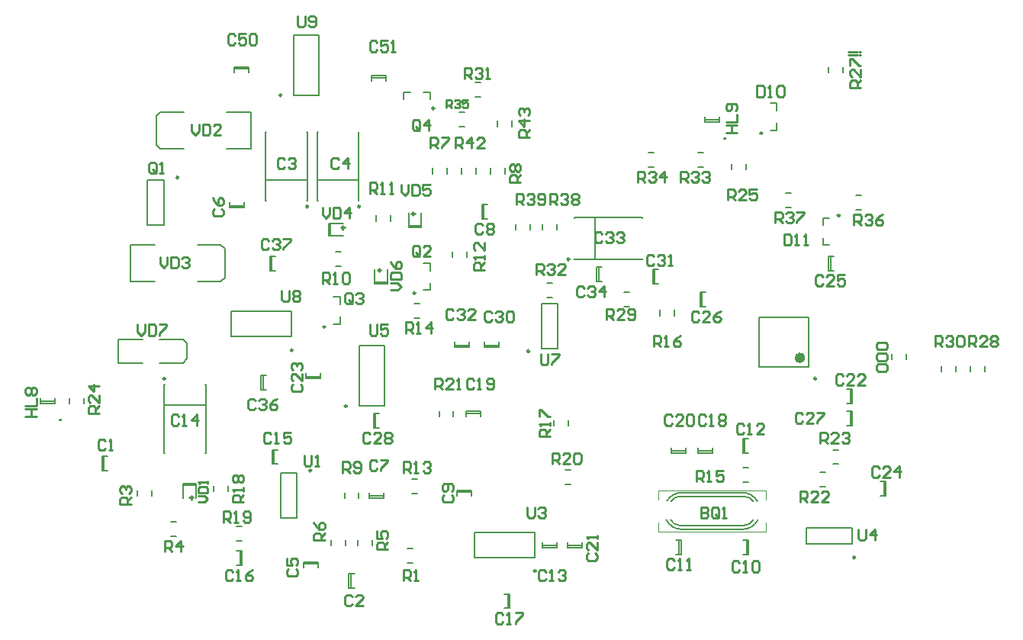
<source format=gbo>
%FSLAX25Y25*%
%MOIN*%
G70*
G01*
G75*
G04 Layer_Color=32896*
%ADD10R,0.09449X0.03937*%
%ADD11R,0.09449X0.12992*%
%ADD12R,0.04331X0.03937*%
%ADD13R,0.03937X0.04331*%
%ADD14R,0.02362X0.05118*%
%ADD15R,0.03740X0.03543*%
%ADD16R,0.03740X0.03543*%
%ADD17R,0.07087X0.06299*%
%ADD18C,0.01969*%
%ADD19C,0.01181*%
%ADD20C,0.11811*%
%ADD21C,0.07874*%
%ADD22R,0.07874X0.07874*%
%ADD23C,0.09843*%
%ADD24C,0.05906*%
%ADD25R,0.19685X0.05118*%
%ADD26R,0.06299X0.07087*%
%ADD27R,0.09449X0.10236*%
%ADD28R,0.10236X0.09449*%
%ADD29R,0.05118X0.02362*%
%ADD30O,0.08661X0.02362*%
%ADD31O,0.07087X0.01181*%
%ADD32O,0.01181X0.07087*%
%ADD33R,0.03937X0.09449*%
%ADD34R,0.12992X0.09449*%
%ADD35O,0.02362X0.08661*%
%ADD36R,0.06299X0.04921*%
%ADD37R,0.09449X0.12992*%
%ADD38R,0.04921X0.06299*%
%ADD39R,0.09449X0.07087*%
%ADD40C,0.03937*%
%ADD41C,0.07874*%
%ADD42C,0.00984*%
%ADD43C,0.00787*%
%ADD44C,0.01000*%
%ADD45R,0.10249X0.04737*%
%ADD46R,0.10249X0.13792*%
%ADD47R,0.05131X0.04737*%
%ADD48R,0.04737X0.05131*%
%ADD49R,0.03162X0.05918*%
%ADD50R,0.04540X0.04343*%
%ADD51R,0.04540X0.04343*%
%ADD52R,0.07887X0.07099*%
%ADD53C,0.12611*%
%ADD54C,0.00800*%
%ADD55C,0.08674*%
%ADD56R,0.08674X0.08674*%
%ADD57C,0.10642*%
%ADD58C,0.06706*%
%ADD59R,0.20485X0.05918*%
%ADD60R,0.07099X0.07887*%
%ADD61R,0.10249X0.11036*%
%ADD62R,0.11036X0.10249*%
%ADD63R,0.05918X0.03162*%
%ADD64O,0.09461X0.03162*%
%ADD65O,0.07887X0.01981*%
%ADD66O,0.01981X0.07887*%
%ADD67R,0.04737X0.10249*%
%ADD68R,0.13792X0.10249*%
%ADD69O,0.03162X0.09461*%
%ADD70R,0.07099X0.05721*%
%ADD71R,0.10249X0.13792*%
%ADD72R,0.05721X0.07099*%
%ADD73R,0.10249X0.07887*%
%ADD74C,0.00700*%
%ADD75C,0.01394*%
%ADD76C,0.02362*%
%ADD77C,0.00394*%
D42*
X321555Y381102D02*
G03*
X321555Y381102I-492J0D01*
G01*
X344193D02*
G03*
X344193Y381102I-492J0D01*
G01*
X259154Y305906D02*
G03*
X259154Y305906I-492J0D01*
G01*
X435728Y358071D02*
G03*
X435728Y358071I-492J0D01*
G01*
X519980Y413189D02*
G03*
X519980Y413189I-492J0D01*
G01*
X553839Y377165D02*
G03*
X553839Y377165I-492J0D01*
G01*
X264862Y393721D02*
G03*
X264862Y393721I-492J0D01*
G01*
X368406Y343307D02*
G03*
X368406Y343307I-492J0D01*
G01*
X329035Y328543D02*
G03*
X329035Y328543I-492J0D01*
G01*
X376673Y424016D02*
G03*
X376673Y424016I-492J0D01*
G01*
X322933Y265768D02*
G03*
X322933Y265768I-492J0D01*
G01*
X543602Y305906D02*
G03*
X543602Y305906I-492J0D01*
G01*
X421161Y221850D02*
G03*
X421161Y221850I-492J0D01*
G01*
X560551Y227756D02*
G03*
X560551Y227756I-492J0D01*
G01*
X338484Y293898D02*
G03*
X338484Y293898I-492J0D01*
G01*
X418209Y317894D02*
G03*
X418209Y317894I-492J0D01*
G01*
X314862Y318307D02*
G03*
X314862Y318307I-492J0D01*
G01*
X309941Y429724D02*
G03*
X309941Y429724I-492J0D01*
G01*
D43*
X582874Y314370D02*
Y316732D01*
X576575Y314370D02*
Y316732D01*
X232244Y265551D02*
Y271850D01*
X231496Y265551D02*
Y271850D01*
X233858D01*
X231496Y265551D02*
X233858D01*
X340118Y214370D02*
Y220669D01*
X339370Y214370D02*
Y220669D01*
X341732D01*
X339370Y214370D02*
X341732D01*
X302953Y392717D02*
X321063D01*
X320866Y383661D02*
X321063D01*
X302953D02*
X303150D01*
X321063D02*
Y413583D01*
X302953Y383661D02*
Y413583D01*
X303150D01*
X320866D02*
X321063D01*
X325590Y392717D02*
X343701D01*
X343504Y383661D02*
X343701D01*
X325590D02*
X325787D01*
X343701D02*
Y413583D01*
X325590Y383661D02*
Y413583D01*
X325787D01*
X343504D02*
X343701D01*
X319685Y224843D02*
X325984D01*
X319685Y225590D02*
X325984D01*
Y223228D02*
Y225590D01*
X319685Y223228D02*
Y225590D01*
X287205Y381457D02*
X293504D01*
X287205Y380709D02*
X293504D01*
X287205D02*
Y383071D01*
X293504Y380709D02*
Y383071D01*
X348228Y254488D02*
X354528D01*
X348228Y253740D02*
X354528D01*
X348228D02*
Y256102D01*
X354528Y253740D02*
Y256102D01*
X398189Y375787D02*
Y382087D01*
X397441Y375787D02*
Y382087D01*
X399803D01*
X397441Y375787D02*
X399803D01*
X386614Y256339D02*
X392913D01*
X386614Y257087D02*
X392913D01*
Y254724D02*
Y257087D01*
X386614Y254724D02*
Y257087D01*
X513228Y229134D02*
Y235433D01*
X513976Y229134D02*
Y235433D01*
X511614Y229134D02*
X513976D01*
X511614Y235433D02*
X513976D01*
X483701Y229134D02*
Y235433D01*
X484449Y229134D02*
Y235433D01*
X482087Y229134D02*
X484449D01*
X482087Y235433D02*
X484449D01*
X512362Y273425D02*
Y279724D01*
X511614Y273425D02*
Y279724D01*
X513976D01*
X511614Y273425D02*
X513976D01*
X424016Y232835D02*
X430315D01*
X424016Y232087D02*
X430315D01*
X424016D02*
Y234449D01*
X430315Y232087D02*
Y234449D01*
X258661Y294291D02*
X276772D01*
X258661Y303346D02*
X258858D01*
X276575D02*
X276772D01*
X258661Y273425D02*
Y303346D01*
X276772Y273425D02*
Y303346D01*
X276575Y273425D02*
X276772D01*
X258661D02*
X258858D01*
X306653Y268504D02*
Y274803D01*
X305906Y268504D02*
Y274803D01*
X308268D01*
X305906Y268504D02*
X308268D01*
X291772Y224213D02*
Y230512D01*
X292520Y224213D02*
Y230512D01*
X290158Y224213D02*
X292520D01*
X290158Y230512D02*
X292520D01*
X408898Y205512D02*
Y211811D01*
X409646Y205512D02*
Y211811D01*
X407283Y205512D02*
X409646D01*
X407283Y211811D02*
X409646D01*
X491929Y274173D02*
X498228D01*
X491929Y273425D02*
X498228D01*
X491929D02*
Y275787D01*
X498228Y273425D02*
Y275787D01*
X390551Y290787D02*
X396850D01*
X390551Y291535D02*
X396850D01*
Y289173D02*
Y291535D01*
X390551Y289173D02*
Y291535D01*
X480118Y274173D02*
X486417D01*
X480118Y273425D02*
X486417D01*
X480118D02*
Y275787D01*
X486417Y273425D02*
Y275787D01*
X434842Y232835D02*
X441142D01*
X434842Y232087D02*
X441142D01*
X434842D02*
Y234449D01*
X441142Y232087D02*
Y234449D01*
X558504Y295079D02*
Y301378D01*
X559252Y295079D02*
Y301378D01*
X556890Y295079D02*
X559252D01*
X556890Y301378D02*
X559252D01*
X320669Y306653D02*
X326969D01*
X320669Y305906D02*
X326969D01*
X320669D02*
Y308268D01*
X326969Y305906D02*
Y308268D01*
X573268Y254724D02*
Y261024D01*
X574016Y254724D02*
Y261024D01*
X571654Y254724D02*
X574016D01*
X571654Y261024D02*
X574016D01*
X549764Y353150D02*
Y359449D01*
X549016Y353150D02*
Y359449D01*
X551378D01*
X549016Y353150D02*
X551378D01*
X493661Y337402D02*
Y343701D01*
X492913Y337402D02*
Y343701D01*
X495276D01*
X492913Y337402D02*
X495276D01*
X558504Y285236D02*
Y291535D01*
X559252Y285236D02*
Y291535D01*
X556890Y285236D02*
X559252D01*
X556890Y291535D02*
X559252D01*
X350945Y284252D02*
Y290551D01*
X350197Y284252D02*
Y290551D01*
X352559D01*
X350197Y284252D02*
X352559D01*
X398425Y320433D02*
X404724D01*
X398425Y319685D02*
X404724D01*
X398425D02*
Y322047D01*
X404724Y319685D02*
Y322047D01*
X472992Y347244D02*
Y353543D01*
X472244Y347244D02*
Y353543D01*
X474606D01*
X472244Y347244D02*
X474606D01*
X385630Y320433D02*
X391929D01*
X385630Y319685D02*
X391929D01*
X385630D02*
Y322047D01*
X391929Y319685D02*
Y322047D01*
X446850Y358071D02*
Y376181D01*
X437795Y358071D02*
Y358268D01*
Y375984D02*
Y376181D01*
Y358071D02*
X467717D01*
X437795Y376181D02*
X467717D01*
Y375984D02*
Y376181D01*
Y358071D02*
Y358268D01*
X448386Y348228D02*
Y354528D01*
X447638Y348228D02*
Y354528D01*
X450000D01*
X447638Y348228D02*
X450000D01*
X301732Y300984D02*
Y307283D01*
X300984Y300984D02*
Y307283D01*
X303346D01*
X300984Y300984D02*
X303346D01*
X305669Y353150D02*
Y359449D01*
X304921Y353150D02*
Y359449D01*
X307283D01*
X304921Y353150D02*
X307283D01*
X289173Y441378D02*
X295472D01*
X289173Y442126D02*
X295472D01*
Y439764D02*
Y442126D01*
X289173Y439764D02*
Y442126D01*
X349213Y437441D02*
X355512D01*
X349213Y438189D02*
X355512D01*
Y435827D02*
Y438189D01*
X349213Y435827D02*
Y438189D01*
X523622Y414370D02*
X526378D01*
Y417520D01*
X523622Y426181D02*
X526378D01*
Y423032D02*
Y426181D01*
X546457Y375984D02*
X549213D01*
X546457Y372835D02*
Y375984D01*
Y364173D02*
X549213D01*
X546457D02*
Y367323D01*
X204528Y295827D02*
X210827D01*
X204528Y295079D02*
X210827D01*
X204528D02*
Y297441D01*
X210827Y295079D02*
Y297441D01*
X494882Y418858D02*
X501181D01*
X494882Y418110D02*
X501181D01*
X494882D02*
Y420472D01*
X501181Y418110D02*
Y420472D01*
X251378Y373031D02*
X258465D01*
X251378Y392717D02*
X258465D01*
X251378Y373031D02*
Y392717D01*
X258465Y373031D02*
Y392717D01*
X372047Y344488D02*
X374803D01*
Y347638D01*
X372047Y356299D02*
X374803D01*
Y353150D02*
Y356299D01*
X332677Y329724D02*
X335433D01*
Y332874D01*
X332677Y341535D02*
X335433D01*
Y338386D02*
Y341535D01*
X375000Y428150D02*
Y430905D01*
X371850D02*
X375000D01*
X363189Y428150D02*
Y430905D01*
X366339D01*
X364961Y225197D02*
X367323D01*
X364961Y231496D02*
X367323D01*
X253150Y254724D02*
Y257087D01*
X246850Y254724D02*
Y257087D01*
X261614Y237008D02*
X263976D01*
X261614Y243307D02*
X263976D01*
X343307Y233071D02*
Y235433D01*
X349606Y233071D02*
Y235433D01*
X337795Y233071D02*
Y235433D01*
X331496Y233071D02*
Y235433D01*
X382087Y395472D02*
Y397835D01*
X375787Y395472D02*
Y397835D01*
X407677Y395472D02*
Y397835D01*
X401378Y395472D02*
Y397835D01*
X337402Y253740D02*
Y256102D01*
X343701Y253740D02*
Y256102D01*
X333465Y361417D02*
X335827D01*
X333465Y355118D02*
X335827D01*
X357480Y374803D02*
Y377165D01*
X351181Y374803D02*
Y377165D01*
X390945Y359055D02*
Y361417D01*
X384646Y359055D02*
Y361417D01*
X366929Y262008D02*
X369291D01*
X366929Y255709D02*
X369291D01*
X367913Y338779D02*
X370276D01*
X367913Y332480D02*
X370276D01*
X511614Y260630D02*
X513976D01*
X511614Y266929D02*
X513976D01*
X475197Y333465D02*
Y335827D01*
X481496Y333465D02*
Y335827D01*
X435236Y285236D02*
Y287598D01*
X428937Y285236D02*
Y287598D01*
X280315Y256693D02*
Y259055D01*
X286614Y256693D02*
Y259055D01*
X290158Y241339D02*
X292520D01*
X290158Y235039D02*
X292520D01*
X433858Y259646D02*
X436221D01*
X433858Y265945D02*
X436221D01*
X378740Y289173D02*
Y291535D01*
X385039Y289173D02*
Y291535D01*
X545079Y258661D02*
X547441D01*
X545079Y264961D02*
X547441D01*
X550984Y268504D02*
X553346D01*
X550984Y274803D02*
X553346D01*
X217323Y295079D02*
Y297441D01*
X223622Y295079D02*
Y297441D01*
X512992Y397441D02*
Y399803D01*
X506693Y397441D02*
Y399803D01*
X555315Y439764D02*
Y442126D01*
X549016Y439764D02*
Y442126D01*
X611024Y308858D02*
Y311221D01*
X617323Y308858D02*
Y311221D01*
X459449Y337402D02*
X461811D01*
X459449Y343701D02*
X461811D01*
X598228Y308858D02*
Y311221D01*
X604528Y308858D02*
Y311221D01*
X394488Y428937D02*
X396850D01*
X394488Y435236D02*
X396850D01*
X425984Y341339D02*
X428346D01*
X425984Y347638D02*
X428346D01*
X491929Y404724D02*
X494291D01*
X491929Y398425D02*
X494291D01*
X470276Y404724D02*
X472638D01*
X470276Y398425D02*
X472638D01*
X387598Y416142D02*
X389961D01*
X387598Y422441D02*
X389961D01*
X560827Y386024D02*
X563189D01*
X560827Y379724D02*
X563189D01*
X530315Y387008D02*
X532677D01*
X530315Y380709D02*
X532677D01*
X430315Y370866D02*
Y373228D01*
X424016Y370866D02*
Y373228D01*
X418504Y370866D02*
Y373228D01*
X412205Y370866D02*
Y373228D01*
X394882Y395472D02*
Y397835D01*
X388583Y395472D02*
Y397835D01*
X410630Y416142D02*
Y418504D01*
X404331Y416142D02*
Y418504D01*
X309449Y245079D02*
X316535D01*
X309449Y264764D02*
X316535D01*
X309449Y245079D02*
Y264764D01*
X316535Y245079D02*
Y264764D01*
X518701Y311024D02*
Y332677D01*
X540354Y311024D02*
Y332677D01*
X518701D02*
X540354D01*
X518701Y311024D02*
X540354D01*
X394291Y227756D02*
X420669D01*
X394291Y238779D02*
X420669D01*
Y227756D02*
Y238779D01*
X394291Y227756D02*
Y238779D01*
X539370Y233661D02*
X559055D01*
X539370Y240748D02*
X559055D01*
Y233661D02*
Y240748D01*
X539370Y233661D02*
Y240748D01*
X343898Y293898D02*
Y320276D01*
X354921Y293898D02*
Y320276D01*
X343898Y293898D02*
X354921D01*
X343898Y320276D02*
X354921D01*
X423622Y338583D02*
X430709D01*
X423622Y318898D02*
X430709D01*
Y338583D01*
X423622Y318898D02*
Y338583D01*
X287992Y324213D02*
X314370D01*
X287992Y335236D02*
X314370D01*
Y324213D02*
Y335236D01*
X287992Y324213D02*
Y335236D01*
X315354Y429724D02*
Y456102D01*
X326378Y429724D02*
Y456102D01*
X315354Y429724D02*
X326378D01*
X315354Y456102D02*
X326378D01*
X266890Y259232D02*
X272402D01*
X266890Y259980D02*
X272402D01*
X266890Y253681D02*
Y259980D01*
X272402Y253681D02*
Y259980D01*
X256988Y422441D02*
X267224D01*
X255217Y408071D02*
Y420669D01*
X296555Y406299D02*
Y422441D01*
X285925Y406299D02*
X296555D01*
X285925Y422441D02*
X296555D01*
X255217Y420669D02*
X256988Y422461D01*
X255217Y408071D02*
X256988Y406299D01*
X267224D01*
X273130Y348228D02*
X283366D01*
X285138Y350000D02*
Y362598D01*
X243799Y348228D02*
Y364370D01*
X254429D01*
X243799Y348228D02*
X254429D01*
X283366Y348209D02*
X285138Y350000D01*
X283366Y364370D02*
X285138Y362598D01*
X273130Y364370D02*
X283366D01*
X331319Y368268D02*
Y373780D01*
X330571Y368268D02*
Y373780D01*
Y368268D02*
X336870D01*
X330571Y373780D02*
X336870D01*
X365394Y372657D02*
X370905D01*
X365394Y371909D02*
X370905D01*
Y378209D01*
X365394Y371909D02*
Y378209D01*
X350630Y348051D02*
X356142D01*
X350630Y347303D02*
X356142D01*
Y353602D01*
X350630Y347303D02*
Y353602D01*
X256693Y323031D02*
X266732D01*
X256693Y312795D02*
X266732D01*
X238583D02*
Y323031D01*
X249213D01*
X238583Y312795D02*
X249213D01*
X266732Y323031D02*
X268504Y321260D01*
X266732Y312795D02*
X268504Y314567D01*
Y321260D01*
D44*
X270472Y253150D02*
Y254724D01*
X269685Y253937D02*
X271260D01*
X335827Y371850D02*
X337402D01*
X336614Y371063D02*
Y372638D01*
X367323Y377165D02*
Y378740D01*
X366535Y377953D02*
X368110D01*
X352559Y352559D02*
Y354134D01*
X351772Y353346D02*
X353346D01*
X247047Y329526D02*
Y326377D01*
X248622Y324803D01*
X250196Y326377D01*
Y329526D01*
X251770D02*
Y324803D01*
X254132D01*
X254919Y325590D01*
Y328739D01*
X254132Y329526D01*
X251770D01*
X256493D02*
X259642D01*
Y328739D01*
X256493Y325590D01*
Y324803D01*
X357482Y344488D02*
X360630D01*
X362205Y346062D01*
X360630Y347637D01*
X357482D01*
Y349211D02*
X362205D01*
Y351572D01*
X361418Y352360D01*
X358269D01*
X357482Y351572D01*
Y349211D01*
Y357083D02*
X358269Y355508D01*
X359843Y353934D01*
X361418D01*
X362205Y354721D01*
Y356295D01*
X361418Y357083D01*
X360630D01*
X359843Y356295D01*
Y353934D01*
X362205Y390550D02*
Y387401D01*
X363779Y385827D01*
X365353Y387401D01*
Y390550D01*
X366928D02*
Y385827D01*
X369289D01*
X370076Y386614D01*
Y389762D01*
X369289Y390550D01*
X366928D01*
X374799D02*
X371651D01*
Y388188D01*
X373225Y388975D01*
X374012D01*
X374799Y388188D01*
Y386614D01*
X374012Y385827D01*
X372438D01*
X371651Y386614D01*
X327756Y380707D02*
Y377558D01*
X329330Y375984D01*
X330905Y377558D01*
Y380707D01*
X332479D02*
Y375984D01*
X334840D01*
X335627Y376771D01*
Y379920D01*
X334840Y380707D01*
X332479D01*
X339563Y375984D02*
Y380707D01*
X337202Y378346D01*
X340350D01*
X256890Y359054D02*
Y355905D01*
X258464Y354331D01*
X260038Y355905D01*
Y359054D01*
X261613D02*
Y354331D01*
X263974D01*
X264761Y355118D01*
Y358266D01*
X263974Y359054D01*
X261613D01*
X266336Y358266D02*
X267123Y359054D01*
X268697D01*
X269484Y358266D01*
Y357479D01*
X268697Y356692D01*
X267910D01*
X268697D01*
X269484Y355905D01*
Y355118D01*
X268697Y354331D01*
X267123D01*
X266336Y355118D01*
X270669Y417124D02*
Y413976D01*
X272244Y412402D01*
X273818Y413976D01*
Y417124D01*
X275392D02*
Y412402D01*
X277754D01*
X278541Y413189D01*
Y416337D01*
X277754Y417124D01*
X275392D01*
X283264Y412402D02*
X280115D01*
X283264Y415550D01*
Y416337D01*
X282476Y417124D01*
X280902D01*
X280115Y416337D01*
X273623Y251969D02*
X276247D01*
X277559Y253280D01*
X276247Y254592D01*
X273623D01*
Y255904D02*
X277559D01*
Y257872D01*
X276903Y258528D01*
X274279D01*
X273623Y257872D01*
Y255904D01*
X277559Y259840D02*
Y261152D01*
Y260496D01*
X273623D01*
X274279Y259840D01*
X316929Y464368D02*
Y460433D01*
X317716Y459646D01*
X319291D01*
X320078Y460433D01*
Y464368D01*
X321652Y460433D02*
X322439Y459646D01*
X324013D01*
X324801Y460433D01*
Y463581D01*
X324013Y464368D01*
X322439D01*
X321652Y463581D01*
Y462794D01*
X322439Y462007D01*
X324801D01*
X310039Y344290D02*
Y340354D01*
X310826Y339567D01*
X312401D01*
X313188Y340354D01*
Y344290D01*
X314762Y343503D02*
X315549Y344290D01*
X317124D01*
X317911Y343503D01*
Y342716D01*
X317124Y341928D01*
X317911Y341141D01*
Y340354D01*
X317124Y339567D01*
X315549D01*
X314762Y340354D01*
Y341141D01*
X315549Y341928D01*
X314762Y342716D01*
Y343503D01*
X315549Y341928D02*
X317124D01*
X423228Y316731D02*
Y312795D01*
X424016Y312008D01*
X425590D01*
X426377Y312795D01*
Y316731D01*
X427951D02*
X431100D01*
Y315944D01*
X427951Y312795D01*
Y312008D01*
X348425Y329526D02*
Y325590D01*
X349212Y324803D01*
X350787D01*
X351574Y325590D01*
Y329526D01*
X356297D02*
X353148D01*
Y327165D01*
X354722Y327952D01*
X355509D01*
X356297Y327165D01*
Y325590D01*
X355509Y324803D01*
X353935D01*
X353148Y325590D01*
X562008Y239959D02*
Y236023D01*
X562795Y235236D01*
X564369D01*
X565157Y236023D01*
Y239959D01*
X569092Y235236D02*
Y239959D01*
X566731Y237598D01*
X569879D01*
X417323Y249802D02*
Y245866D01*
X418110Y245079D01*
X419684D01*
X420471Y245866D01*
Y249802D01*
X422046Y249014D02*
X422833Y249802D01*
X424407D01*
X425194Y249014D01*
Y248227D01*
X424407Y247440D01*
X423620D01*
X424407D01*
X425194Y246653D01*
Y245866D01*
X424407Y245079D01*
X422833D01*
X422046Y245866D01*
X319882Y272439D02*
Y268504D01*
X320669Y267717D01*
X322243D01*
X323030Y268504D01*
Y272439D01*
X324605Y267717D02*
X326179D01*
X325392D01*
Y272439D01*
X324605Y271652D01*
X418307Y411417D02*
X413584D01*
Y413779D01*
X414371Y414566D01*
X415946D01*
X416733Y413779D01*
Y411417D01*
Y412992D02*
X418307Y414566D01*
Y418502D02*
X413584D01*
X415946Y416140D01*
Y419289D01*
X414371Y420863D02*
X413584Y421650D01*
Y423224D01*
X414371Y424012D01*
X415159D01*
X415946Y423224D01*
Y422437D01*
Y423224D01*
X416733Y424012D01*
X417520D01*
X418307Y423224D01*
Y421650D01*
X417520Y420863D01*
X385827Y406496D02*
Y411219D01*
X388188D01*
X388975Y410432D01*
Y408857D01*
X388188Y408070D01*
X385827D01*
X387401D02*
X388975Y406496D01*
X392911D02*
Y411219D01*
X390550Y408857D01*
X393698D01*
X398421Y406496D02*
X395272D01*
X398421Y409645D01*
Y410432D01*
X397634Y411219D01*
X396060D01*
X395272Y410432D01*
X412402Y381890D02*
Y386613D01*
X414763D01*
X415550Y385825D01*
Y384251D01*
X414763Y383464D01*
X412402D01*
X413976D02*
X415550Y381890D01*
X417125Y385825D02*
X417912Y386613D01*
X419486D01*
X420273Y385825D01*
Y385038D01*
X419486Y384251D01*
X418699D01*
X419486D01*
X420273Y383464D01*
Y382677D01*
X419486Y381890D01*
X417912D01*
X417125Y382677D01*
X421847D02*
X422635Y381890D01*
X424209D01*
X424996Y382677D01*
Y385825D01*
X424209Y386613D01*
X422635D01*
X421847Y385825D01*
Y385038D01*
X422635Y384251D01*
X424996D01*
X427165Y381890D02*
Y386613D01*
X429527D01*
X430314Y385825D01*
Y384251D01*
X429527Y383464D01*
X427165D01*
X428740D02*
X430314Y381890D01*
X431888Y385825D02*
X432675Y386613D01*
X434250D01*
X435037Y385825D01*
Y385038D01*
X434250Y384251D01*
X433462D01*
X434250D01*
X435037Y383464D01*
Y382677D01*
X434250Y381890D01*
X432675D01*
X431888Y382677D01*
X436611Y385825D02*
X437398Y386613D01*
X438973D01*
X439760Y385825D01*
Y385038D01*
X438973Y384251D01*
X439760Y383464D01*
Y382677D01*
X438973Y381890D01*
X437398D01*
X436611Y382677D01*
Y383464D01*
X437398Y384251D01*
X436611Y385038D01*
Y385825D01*
X437398Y384251D02*
X438973D01*
X525591Y374016D02*
Y378739D01*
X527952D01*
X528739Y377952D01*
Y376377D01*
X527952Y375590D01*
X525591D01*
X527165D02*
X528739Y374016D01*
X530313Y377952D02*
X531101Y378739D01*
X532675D01*
X533462Y377952D01*
Y377164D01*
X532675Y376377D01*
X531888D01*
X532675D01*
X533462Y375590D01*
Y374803D01*
X532675Y374016D01*
X531101D01*
X530313Y374803D01*
X535036Y378739D02*
X538185D01*
Y377952D01*
X535036Y374803D01*
Y374016D01*
X560039Y373031D02*
Y377754D01*
X562401D01*
X563188Y376967D01*
Y375393D01*
X562401Y374606D01*
X560039D01*
X561614D02*
X563188Y373031D01*
X564762Y376967D02*
X565549Y377754D01*
X567124D01*
X567911Y376967D01*
Y376180D01*
X567124Y375393D01*
X566336D01*
X567124D01*
X567911Y374606D01*
Y373819D01*
X567124Y373031D01*
X565549D01*
X564762Y373819D01*
X572634Y377754D02*
X571059Y376967D01*
X569485Y375393D01*
Y373819D01*
X570272Y373031D01*
X571847D01*
X572634Y373819D01*
Y374606D01*
X571847Y375393D01*
X569485D01*
X381890Y424213D02*
Y427755D01*
X383661D01*
X384251Y427164D01*
Y425984D01*
X383661Y425393D01*
X381890D01*
X383070D02*
X384251Y424213D01*
X385432Y427164D02*
X386022Y427755D01*
X387203D01*
X387793Y427164D01*
Y426574D01*
X387203Y425984D01*
X386613D01*
X387203D01*
X387793Y425393D01*
Y424803D01*
X387203Y424213D01*
X386022D01*
X385432Y424803D01*
X391336Y427755D02*
X388974D01*
Y425984D01*
X390155Y426574D01*
X390745D01*
X391336Y425984D01*
Y424803D01*
X390745Y424213D01*
X389564D01*
X388974Y424803D01*
X465551Y391732D02*
Y396455D01*
X467913D01*
X468700Y395668D01*
Y394094D01*
X467913Y393307D01*
X465551D01*
X467126D02*
X468700Y391732D01*
X470274Y395668D02*
X471061Y396455D01*
X472636D01*
X473423Y395668D01*
Y394881D01*
X472636Y394094D01*
X471848D01*
X472636D01*
X473423Y393307D01*
Y392519D01*
X472636Y391732D01*
X471061D01*
X470274Y392519D01*
X477358Y391732D02*
Y396455D01*
X474997Y394094D01*
X478146D01*
X484252Y391732D02*
Y396455D01*
X486613D01*
X487401Y395668D01*
Y394094D01*
X486613Y393307D01*
X484252D01*
X485826D02*
X487401Y391732D01*
X488975Y395668D02*
X489762Y396455D01*
X491336D01*
X492123Y395668D01*
Y394881D01*
X491336Y394094D01*
X490549D01*
X491336D01*
X492123Y393307D01*
Y392519D01*
X491336Y391732D01*
X489762D01*
X488975Y392519D01*
X493698Y395668D02*
X494485Y396455D01*
X496059D01*
X496846Y395668D01*
Y394881D01*
X496059Y394094D01*
X495272D01*
X496059D01*
X496846Y393307D01*
Y392519D01*
X496059Y391732D01*
X494485D01*
X493698Y392519D01*
X421260Y351378D02*
Y356101D01*
X423621D01*
X424408Y355314D01*
Y353739D01*
X423621Y352952D01*
X421260D01*
X422834D02*
X424408Y351378D01*
X425983Y355314D02*
X426770Y356101D01*
X428344D01*
X429131Y355314D01*
Y354526D01*
X428344Y353739D01*
X427557D01*
X428344D01*
X429131Y352952D01*
Y352165D01*
X428344Y351378D01*
X426770D01*
X425983Y352165D01*
X433854Y351378D02*
X430706D01*
X433854Y354526D01*
Y355314D01*
X433067Y356101D01*
X431493D01*
X430706Y355314D01*
X389764Y437008D02*
Y441731D01*
X392125D01*
X392912Y440944D01*
Y439369D01*
X392125Y438582D01*
X389764D01*
X391338D02*
X392912Y437008D01*
X394487Y440944D02*
X395274Y441731D01*
X396848D01*
X397635Y440944D01*
Y440157D01*
X396848Y439369D01*
X396061D01*
X396848D01*
X397635Y438582D01*
Y437795D01*
X396848Y437008D01*
X395274D01*
X394487Y437795D01*
X399209Y437008D02*
X400784D01*
X399997D01*
Y441731D01*
X399209Y440944D01*
X595472Y319882D02*
Y324605D01*
X597834D01*
X598621Y323818D01*
Y322243D01*
X597834Y321456D01*
X595472D01*
X597047D02*
X598621Y319882D01*
X600195Y323818D02*
X600983Y324605D01*
X602557D01*
X603344Y323818D01*
Y323030D01*
X602557Y322243D01*
X601770D01*
X602557D01*
X603344Y321456D01*
Y320669D01*
X602557Y319882D01*
X600983D01*
X600195Y320669D01*
X604918Y323818D02*
X605705Y324605D01*
X607280D01*
X608067Y323818D01*
Y320669D01*
X607280Y319882D01*
X605705D01*
X604918Y320669D01*
Y323818D01*
X451772Y331693D02*
Y336416D01*
X454133D01*
X454920Y335629D01*
Y334054D01*
X454133Y333267D01*
X451772D01*
X453346D02*
X454920Y331693D01*
X459643D02*
X456495D01*
X459643Y334841D01*
Y335629D01*
X458856Y336416D01*
X457282D01*
X456495Y335629D01*
X461217Y332480D02*
X462005Y331693D01*
X463579D01*
X464366Y332480D01*
Y335629D01*
X463579Y336416D01*
X462005D01*
X461217Y335629D01*
Y334841D01*
X462005Y334054D01*
X464366D01*
X610236Y319882D02*
Y324605D01*
X612598D01*
X613385Y323818D01*
Y322243D01*
X612598Y321456D01*
X610236D01*
X611810D02*
X613385Y319882D01*
X618108D02*
X614959D01*
X618108Y323030D01*
Y323818D01*
X617320Y324605D01*
X615746D01*
X614959Y323818D01*
X619682D02*
X620469Y324605D01*
X622043D01*
X622831Y323818D01*
Y323030D01*
X622043Y322243D01*
X622831Y321456D01*
Y320669D01*
X622043Y319882D01*
X620469D01*
X619682Y320669D01*
Y321456D01*
X620469Y322243D01*
X619682Y323030D01*
Y323818D01*
X620469Y322243D02*
X622043D01*
X562992Y433071D02*
X558269D01*
Y435432D01*
X559056Y436220D01*
X560631D01*
X561418Y435432D01*
Y433071D01*
Y434645D02*
X562992Y436220D01*
Y440942D02*
Y437794D01*
X559843Y440942D01*
X559056D01*
X558269Y440155D01*
Y438581D01*
X559056Y437794D01*
X558269Y442517D02*
Y445665D01*
X559056D01*
X562205Y442517D01*
X562992D01*
X561418Y447239D02*
X557482D01*
X562205D02*
X562992D01*
X561418Y448814D02*
X557482D01*
X562205D02*
X562992D01*
X504921Y383858D02*
Y388581D01*
X507283D01*
X508070Y387794D01*
Y386220D01*
X507283Y385433D01*
X504921D01*
X506496D02*
X508070Y383858D01*
X512793D02*
X509644D01*
X512793Y387007D01*
Y387794D01*
X512006Y388581D01*
X510431D01*
X509644Y387794D01*
X517516Y388581D02*
X514367D01*
Y386220D01*
X515941Y387007D01*
X516728D01*
X517516Y386220D01*
Y384645D01*
X516728Y383858D01*
X515154D01*
X514367Y384645D01*
X230148Y290732D02*
X225425D01*
Y293094D01*
X226212Y293881D01*
X227787D01*
X228574Y293094D01*
Y290732D01*
Y292306D02*
X230148Y293881D01*
Y298604D02*
Y295455D01*
X227000Y298604D01*
X226212D01*
X225425Y297816D01*
Y296242D01*
X226212Y295455D01*
X230148Y302539D02*
X225425D01*
X227787Y300178D01*
Y303327D01*
X545276Y277559D02*
Y282282D01*
X547637D01*
X548424Y281495D01*
Y279921D01*
X547637Y279133D01*
X545276D01*
X546850D02*
X548424Y277559D01*
X553147D02*
X549999D01*
X553147Y280708D01*
Y281495D01*
X552360Y282282D01*
X550786D01*
X549999Y281495D01*
X554721D02*
X555509Y282282D01*
X557083D01*
X557870Y281495D01*
Y280708D01*
X557083Y279921D01*
X556296D01*
X557083D01*
X557870Y279133D01*
Y278346D01*
X557083Y277559D01*
X555509D01*
X554721Y278346D01*
X536417Y251969D02*
Y256691D01*
X538779D01*
X539566Y255904D01*
Y254330D01*
X538779Y253543D01*
X536417D01*
X537992D02*
X539566Y251969D01*
X544289D02*
X541140D01*
X544289Y255117D01*
Y255904D01*
X543502Y256691D01*
X541927D01*
X541140Y255904D01*
X549012Y251969D02*
X545863D01*
X549012Y255117D01*
Y255904D01*
X548224Y256691D01*
X546650D01*
X545863Y255904D01*
X376969Y301181D02*
Y305904D01*
X379330D01*
X380117Y305117D01*
Y303542D01*
X379330Y302755D01*
X376969D01*
X378543D02*
X380117Y301181D01*
X384840D02*
X381691D01*
X384840Y304330D01*
Y305117D01*
X384053Y305904D01*
X382478D01*
X381691Y305117D01*
X386414Y301181D02*
X387988D01*
X387201D01*
Y305904D01*
X386414Y305117D01*
X428150Y268701D02*
Y273424D01*
X430511D01*
X431298Y272637D01*
Y271062D01*
X430511Y270275D01*
X428150D01*
X429724D02*
X431298Y268701D01*
X436021D02*
X432872D01*
X436021Y271849D01*
Y272637D01*
X435234Y273424D01*
X433660D01*
X432872Y272637D01*
X437595D02*
X438382Y273424D01*
X439957D01*
X440744Y272637D01*
Y269488D01*
X439957Y268701D01*
X438382D01*
X437595Y269488D01*
Y272637D01*
X284449Y243110D02*
Y247833D01*
X286810D01*
X287597Y247046D01*
Y245472D01*
X286810Y244685D01*
X284449D01*
X286023D02*
X287597Y243110D01*
X289172D02*
X290746D01*
X289959D01*
Y247833D01*
X289172Y247046D01*
X293107Y243897D02*
X293895Y243110D01*
X295469D01*
X296256Y243897D01*
Y247046D01*
X295469Y247833D01*
X293895D01*
X293107Y247046D01*
Y246259D01*
X293895Y245472D01*
X296256D01*
X293307Y251969D02*
X288584D01*
Y254330D01*
X289371Y255117D01*
X290946D01*
X291733Y254330D01*
Y251969D01*
Y253543D02*
X293307Y255117D01*
Y256691D02*
Y258266D01*
Y257478D01*
X288584D01*
X289371Y256691D01*
Y260627D02*
X288584Y261414D01*
Y262989D01*
X289371Y263776D01*
X290159D01*
X290946Y262989D01*
X291733Y263776D01*
X292520D01*
X293307Y262989D01*
Y261414D01*
X292520Y260627D01*
X291733D01*
X290946Y261414D01*
X290159Y260627D01*
X289371D01*
X290946Y261414D02*
Y262989D01*
X427165Y280512D02*
X422442D01*
Y282873D01*
X423230Y283660D01*
X424804D01*
X425591Y282873D01*
Y280512D01*
Y282086D02*
X427165Y283660D01*
Y285235D02*
Y286809D01*
Y286022D01*
X422442D01*
X423230Y285235D01*
X422442Y289170D02*
Y292319D01*
X423230D01*
X426378Y289170D01*
X427165D01*
X472441Y319882D02*
Y324605D01*
X474802D01*
X475590Y323818D01*
Y322243D01*
X474802Y321456D01*
X472441D01*
X474015D02*
X475590Y319882D01*
X477164D02*
X478738D01*
X477951D01*
Y324605D01*
X477164Y323818D01*
X484248Y324605D02*
X482674Y323818D01*
X481100Y322243D01*
Y320669D01*
X481887Y319882D01*
X483461D01*
X484248Y320669D01*
Y321456D01*
X483461Y322243D01*
X481100D01*
X491142Y260827D02*
Y265550D01*
X493503D01*
X494290Y264762D01*
Y263188D01*
X493503Y262401D01*
X491142D01*
X492716D02*
X494290Y260827D01*
X495865D02*
X497439D01*
X496652D01*
Y265550D01*
X495865Y264762D01*
X502949Y265550D02*
X499800D01*
Y263188D01*
X501375Y263975D01*
X502162D01*
X502949Y263188D01*
Y261614D01*
X502162Y260827D01*
X500588D01*
X499800Y261614D01*
X364173Y325787D02*
Y330510D01*
X366535D01*
X367322Y329723D01*
Y328149D01*
X366535Y327362D01*
X364173D01*
X365747D02*
X367322Y325787D01*
X368896D02*
X370470D01*
X369683D01*
Y330510D01*
X368896Y329723D01*
X375193Y325787D02*
Y330510D01*
X372832Y328149D01*
X375980D01*
X363189Y264764D02*
Y269487D01*
X365550D01*
X366338Y268700D01*
Y267125D01*
X365550Y266338D01*
X363189D01*
X364763D02*
X366338Y264764D01*
X367912D02*
X369486D01*
X368699D01*
Y269487D01*
X367912Y268700D01*
X371848D02*
X372635Y269487D01*
X374209D01*
X374996Y268700D01*
Y267912D01*
X374209Y267125D01*
X373422D01*
X374209D01*
X374996Y266338D01*
Y265551D01*
X374209Y264764D01*
X372635D01*
X371848Y265551D01*
X398622Y353346D02*
X393899D01*
Y355708D01*
X394686Y356495D01*
X396261D01*
X397048Y355708D01*
Y353346D01*
Y354921D02*
X398622Y356495D01*
Y358069D02*
Y359644D01*
Y358857D01*
X393899D01*
X394686Y358069D01*
X398622Y365154D02*
Y362005D01*
X395474Y365154D01*
X394686D01*
X393899Y364367D01*
Y362792D01*
X394686Y362005D01*
X348425Y386811D02*
Y391534D01*
X350787D01*
X351574Y390747D01*
Y389173D01*
X350787Y388385D01*
X348425D01*
X349999D02*
X351574Y386811D01*
X353148D02*
X354722D01*
X353935D01*
Y391534D01*
X353148Y390747D01*
X357084Y386811D02*
X358658D01*
X357871D01*
Y391534D01*
X357084Y390747D01*
X327756Y347441D02*
Y352164D01*
X330117D01*
X330905Y351377D01*
Y349802D01*
X330117Y349015D01*
X327756D01*
X329330D02*
X330905Y347441D01*
X332479D02*
X334053D01*
X333266D01*
Y352164D01*
X332479Y351377D01*
X336415D02*
X337202Y352164D01*
X338776D01*
X339563Y351377D01*
Y348228D01*
X338776Y347441D01*
X337202D01*
X336415Y348228D01*
Y351377D01*
X336614Y264764D02*
Y269487D01*
X338976D01*
X339763Y268700D01*
Y267125D01*
X338976Y266338D01*
X336614D01*
X338189D02*
X339763Y264764D01*
X341337Y265551D02*
X342124Y264764D01*
X343699D01*
X344486Y265551D01*
Y268700D01*
X343699Y269487D01*
X342124D01*
X341337Y268700D01*
Y267912D01*
X342124Y267125D01*
X344486D01*
X414370Y391732D02*
X409647D01*
Y394094D01*
X410434Y394881D01*
X412009D01*
X412796Y394094D01*
Y391732D01*
Y393307D02*
X414370Y394881D01*
X410434Y396455D02*
X409647Y397242D01*
Y398817D01*
X410434Y399604D01*
X411222D01*
X412009Y398817D01*
X412796Y399604D01*
X413583D01*
X414370Y398817D01*
Y397242D01*
X413583Y396455D01*
X412796D01*
X412009Y397242D01*
X411222Y396455D01*
X410434D01*
X412009Y397242D02*
Y398817D01*
X375000Y406496D02*
Y411219D01*
X377361D01*
X378149Y410432D01*
Y408857D01*
X377361Y408070D01*
X375000D01*
X376574D02*
X378149Y406496D01*
X379723Y411219D02*
X382872D01*
Y410432D01*
X379723Y407283D01*
Y406496D01*
X328740Y235236D02*
X324017D01*
Y237598D01*
X324804Y238385D01*
X326379D01*
X327166Y237598D01*
Y235236D01*
Y236810D02*
X328740Y238385D01*
X324017Y243108D02*
X324804Y241533D01*
X326379Y239959D01*
X327953D01*
X328740Y240746D01*
Y242320D01*
X327953Y243108D01*
X327166D01*
X326379Y242320D01*
Y239959D01*
X356299Y231299D02*
X351576D01*
Y233661D01*
X352363Y234448D01*
X353938D01*
X354725Y233661D01*
Y231299D01*
Y232874D02*
X356299Y234448D01*
X351576Y239171D02*
Y236022D01*
X353938D01*
X353151Y237596D01*
Y238384D01*
X353938Y239171D01*
X355512D01*
X356299Y238384D01*
Y236809D01*
X355512Y236022D01*
X258858Y230315D02*
Y235038D01*
X261220D01*
X262007Y234251D01*
Y232676D01*
X261220Y231889D01*
X258858D01*
X260433D02*
X262007Y230315D01*
X265943D02*
Y235038D01*
X263581Y232676D01*
X266730D01*
X244094Y250984D02*
X239372D01*
Y253346D01*
X240159Y254133D01*
X241733D01*
X242520Y253346D01*
Y250984D01*
Y252558D02*
X244094Y254133D01*
X240159Y255707D02*
X239372Y256494D01*
Y258069D01*
X240159Y258856D01*
X240946D01*
X241733Y258069D01*
Y257281D01*
Y258069D01*
X242520Y258856D01*
X243307D01*
X244094Y258069D01*
Y256494D01*
X243307Y255707D01*
X363189Y217520D02*
Y222243D01*
X365550D01*
X366338Y221455D01*
Y219881D01*
X365550Y219094D01*
X363189D01*
X364763D02*
X366338Y217520D01*
X367912D02*
X369486D01*
X368699D01*
Y222243D01*
X367912Y221455D01*
X370275Y415157D02*
Y418306D01*
X369487Y419093D01*
X367913D01*
X367126Y418306D01*
Y415157D01*
X367913Y414370D01*
X369487D01*
X368700Y415944D02*
X370275Y414370D01*
X369487D02*
X370275Y415157D01*
X374210Y414370D02*
Y419093D01*
X371849Y416732D01*
X374997D01*
X340747Y339370D02*
Y342518D01*
X339960Y343306D01*
X338386D01*
X337598Y342518D01*
Y339370D01*
X338386Y338583D01*
X339960D01*
X339173Y340157D02*
X340747Y338583D01*
X339960D02*
X340747Y339370D01*
X342321Y342518D02*
X343109Y343306D01*
X344683D01*
X345470Y342518D01*
Y341731D01*
X344683Y340944D01*
X343896D01*
X344683D01*
X345470Y340157D01*
Y339370D01*
X344683Y338583D01*
X343109D01*
X342321Y339370D01*
X370275Y360039D02*
Y363188D01*
X369487Y363975D01*
X367913D01*
X367126Y363188D01*
Y360039D01*
X367913Y359252D01*
X369487D01*
X368700Y360826D02*
X370275Y359252D01*
X369487D02*
X370275Y360039D01*
X374997Y359252D02*
X371849D01*
X374997Y362401D01*
Y363188D01*
X374210Y363975D01*
X372636D01*
X371849Y363188D01*
X255117Y396456D02*
Y399605D01*
X254330Y400392D01*
X252756D01*
X251969Y399605D01*
Y396456D01*
X252756Y395669D01*
X254330D01*
X253543Y397244D02*
X255117Y395669D01*
X254330D02*
X255117Y396456D01*
X256691Y395669D02*
X258266D01*
X257478D01*
Y400392D01*
X256691Y399605D01*
X504135Y413386D02*
X508858D01*
X506497D01*
Y416534D01*
X504135D01*
X508858D01*
X504135Y418109D02*
X508858D01*
Y421257D01*
X508071Y422832D02*
X508858Y423619D01*
Y425193D01*
X508071Y425980D01*
X504922D01*
X504135Y425193D01*
Y423619D01*
X504922Y422832D01*
X505710D01*
X506497Y423619D01*
Y425980D01*
X198033Y289370D02*
X202756D01*
X200395D01*
Y292519D01*
X198033D01*
X202756D01*
X198033Y294093D02*
X202756D01*
Y297242D01*
X198820Y298816D02*
X198033Y299603D01*
Y301177D01*
X198820Y301964D01*
X199607D01*
X200395Y301177D01*
X201182Y301964D01*
X201969D01*
X202756Y301177D01*
Y299603D01*
X201969Y298816D01*
X201182D01*
X200395Y299603D01*
X199607Y298816D01*
X198820D01*
X200395Y299603D02*
Y301177D01*
X529528Y368896D02*
Y364173D01*
X531889D01*
X532676Y364960D01*
Y368109D01*
X531889Y368896D01*
X529528D01*
X534250Y364173D02*
X535825D01*
X535038D01*
Y368896D01*
X534250Y368109D01*
X538186Y364173D02*
X539760D01*
X538973D01*
Y368896D01*
X538186Y368109D01*
X517717Y433857D02*
Y429134D01*
X520078D01*
X520865Y429921D01*
Y433070D01*
X520078Y433857D01*
X517717D01*
X522439Y429134D02*
X524014D01*
X523227D01*
Y433857D01*
X522439Y433070D01*
X526375D02*
X527162Y433857D01*
X528737D01*
X529524Y433070D01*
Y429921D01*
X528737Y429134D01*
X527162D01*
X526375Y429921D01*
Y433070D01*
X351574Y452755D02*
X350787Y453542D01*
X349212D01*
X348425Y452755D01*
Y449606D01*
X349212Y448819D01*
X350787D01*
X351574Y449606D01*
X356297Y453542D02*
X353148D01*
Y451180D01*
X354722Y451967D01*
X355509D01*
X356297Y451180D01*
Y449606D01*
X355509Y448819D01*
X353935D01*
X353148Y449606D01*
X357871Y448819D02*
X359445D01*
X358658D01*
Y453542D01*
X357871Y452755D01*
X289566Y455707D02*
X288779Y456495D01*
X287205D01*
X286417Y455707D01*
Y452559D01*
X287205Y451772D01*
X288779D01*
X289566Y452559D01*
X294289Y456495D02*
X291140D01*
Y454133D01*
X292715Y454920D01*
X293502D01*
X294289Y454133D01*
Y452559D01*
X293502Y451772D01*
X291927D01*
X291140Y452559D01*
X295863Y455707D02*
X296650Y456495D01*
X298224D01*
X299012Y455707D01*
Y452559D01*
X298224Y451772D01*
X296650D01*
X295863Y452559D01*
Y455707D01*
X304330Y366141D02*
X303542Y366928D01*
X301968D01*
X301181Y366141D01*
Y362992D01*
X301968Y362205D01*
X303542D01*
X304330Y362992D01*
X305904Y366141D02*
X306691Y366928D01*
X308265D01*
X309053Y366141D01*
Y365353D01*
X308265Y364566D01*
X307478D01*
X308265D01*
X309053Y363779D01*
Y362992D01*
X308265Y362205D01*
X306691D01*
X305904Y362992D01*
X310627Y366928D02*
X313775D01*
Y366141D01*
X310627Y362992D01*
Y362205D01*
X298424Y296259D02*
X297637Y297046D01*
X296063D01*
X295276Y296259D01*
Y293110D01*
X296063Y292323D01*
X297637D01*
X298424Y293110D01*
X299998Y296259D02*
X300786Y297046D01*
X302360D01*
X303147Y296259D01*
Y295471D01*
X302360Y294684D01*
X301573D01*
X302360D01*
X303147Y293897D01*
Y293110D01*
X302360Y292323D01*
X300786D01*
X299998Y293110D01*
X307870Y297046D02*
X306296Y296259D01*
X304721Y294684D01*
Y293110D01*
X305508Y292323D01*
X307083D01*
X307870Y293110D01*
Y293897D01*
X307083Y294684D01*
X304721D01*
X442125Y345471D02*
X441338Y346258D01*
X439763D01*
X438976Y345471D01*
Y342323D01*
X439763Y341535D01*
X441338D01*
X442125Y342323D01*
X443699Y345471D02*
X444486Y346258D01*
X446061D01*
X446848Y345471D01*
Y344684D01*
X446061Y343897D01*
X445273D01*
X446061D01*
X446848Y343110D01*
Y342323D01*
X446061Y341535D01*
X444486D01*
X443699Y342323D01*
X450784Y341535D02*
Y346258D01*
X448422Y343897D01*
X451571D01*
X449999Y369093D02*
X449212Y369880D01*
X447638D01*
X446850Y369093D01*
Y365945D01*
X447638Y365158D01*
X449212D01*
X449999Y365945D01*
X451573Y369093D02*
X452360Y369880D01*
X453935D01*
X454722Y369093D01*
Y368306D01*
X453935Y367519D01*
X453148D01*
X453935D01*
X454722Y366732D01*
Y365945D01*
X453935Y365158D01*
X452360D01*
X451573Y365945D01*
X456296Y369093D02*
X457083Y369880D01*
X458658D01*
X459445Y369093D01*
Y368306D01*
X458658Y367519D01*
X457870D01*
X458658D01*
X459445Y366732D01*
Y365945D01*
X458658Y365158D01*
X457083D01*
X456296Y365945D01*
X385038Y335629D02*
X384251Y336416D01*
X382677D01*
X381890Y335629D01*
Y332480D01*
X382677Y331693D01*
X384251D01*
X385038Y332480D01*
X386613Y335629D02*
X387400Y336416D01*
X388974D01*
X389761Y335629D01*
Y334841D01*
X388974Y334054D01*
X388187D01*
X388974D01*
X389761Y333267D01*
Y332480D01*
X388974Y331693D01*
X387400D01*
X386613Y332480D01*
X394484Y331693D02*
X391336D01*
X394484Y334841D01*
Y335629D01*
X393697Y336416D01*
X392123D01*
X391336Y335629D01*
X472637Y359251D02*
X471850Y360038D01*
X470275D01*
X469488Y359251D01*
Y356102D01*
X470275Y355315D01*
X471850D01*
X472637Y356102D01*
X474211Y359251D02*
X474998Y360038D01*
X476573D01*
X477360Y359251D01*
Y358464D01*
X476573Y357676D01*
X475785D01*
X476573D01*
X477360Y356889D01*
Y356102D01*
X476573Y355315D01*
X474998D01*
X474211Y356102D01*
X478934Y355315D02*
X480508D01*
X479721D01*
Y360038D01*
X478934Y359251D01*
X401771Y334644D02*
X400983Y335432D01*
X399409D01*
X398622Y334644D01*
Y331496D01*
X399409Y330709D01*
X400983D01*
X401771Y331496D01*
X403345Y334644D02*
X404132Y335432D01*
X405706D01*
X406494Y334644D01*
Y333857D01*
X405706Y333070D01*
X404919D01*
X405706D01*
X406494Y332283D01*
Y331496D01*
X405706Y330709D01*
X404132D01*
X403345Y331496D01*
X408068Y334644D02*
X408855Y335432D01*
X410429D01*
X411216Y334644D01*
Y331496D01*
X410429Y330709D01*
X408855D01*
X408068Y331496D01*
Y334644D01*
X348621Y281495D02*
X347834Y282282D01*
X346260D01*
X345472Y281495D01*
Y278346D01*
X346260Y277559D01*
X347834D01*
X348621Y278346D01*
X353344Y277559D02*
X350195D01*
X353344Y280708D01*
Y281495D01*
X352557Y282282D01*
X350982D01*
X350195Y281495D01*
X354918D02*
X355705Y282282D01*
X357280D01*
X358067Y281495D01*
Y280708D01*
X357280Y279921D01*
X358067Y279133D01*
Y278346D01*
X357280Y277559D01*
X355705D01*
X354918Y278346D01*
Y279133D01*
X355705Y279921D01*
X354918Y280708D01*
Y281495D01*
X355705Y279921D02*
X357280D01*
X537597Y290353D02*
X536810Y291140D01*
X535236D01*
X534449Y290353D01*
Y287205D01*
X535236Y286417D01*
X536810D01*
X537597Y287205D01*
X542320Y286417D02*
X539172D01*
X542320Y289566D01*
Y290353D01*
X541533Y291140D01*
X539959D01*
X539172Y290353D01*
X543895Y291140D02*
X547043D01*
Y290353D01*
X543895Y287205D01*
Y286417D01*
X492322Y334644D02*
X491535Y335432D01*
X489960D01*
X489173Y334644D01*
Y331496D01*
X489960Y330709D01*
X491535D01*
X492322Y331496D01*
X497045Y330709D02*
X493896D01*
X497045Y333857D01*
Y334644D01*
X496257Y335432D01*
X494683D01*
X493896Y334644D01*
X501768Y335432D02*
X500193Y334644D01*
X498619Y333070D01*
Y331496D01*
X499406Y330709D01*
X500980D01*
X501768Y331496D01*
Y332283D01*
X500980Y333070D01*
X498619D01*
X546456Y350392D02*
X545669Y351180D01*
X544094D01*
X543307Y350392D01*
Y347244D01*
X544094Y346457D01*
X545669D01*
X546456Y347244D01*
X551179Y346457D02*
X548030D01*
X551179Y349605D01*
Y350392D01*
X550391Y351180D01*
X548817D01*
X548030Y350392D01*
X555901Y351180D02*
X552753D01*
Y348818D01*
X554327Y349605D01*
X555114D01*
X555901Y348818D01*
Y347244D01*
X555114Y346457D01*
X553540D01*
X552753Y347244D01*
X571062Y266731D02*
X570275Y267518D01*
X568701D01*
X567913Y266731D01*
Y263582D01*
X568701Y262795D01*
X570275D01*
X571062Y263582D01*
X575785Y262795D02*
X572636D01*
X575785Y265944D01*
Y266731D01*
X574998Y267518D01*
X573423D01*
X572636Y266731D01*
X579721Y262795D02*
Y267518D01*
X577359Y265157D01*
X580508D01*
X314962Y303345D02*
X314175Y302558D01*
Y300984D01*
X314962Y300197D01*
X318110D01*
X318898Y300984D01*
Y302558D01*
X318110Y303345D01*
X318898Y308068D02*
Y304920D01*
X315749Y308068D01*
X314962D01*
X314175Y307281D01*
Y305707D01*
X314962Y304920D01*
Y309643D02*
X314175Y310430D01*
Y312004D01*
X314962Y312791D01*
X315749D01*
X316536Y312004D01*
Y311217D01*
Y312004D01*
X317323Y312791D01*
X318110D01*
X318898Y312004D01*
Y310430D01*
X318110Y309643D01*
X555314Y307085D02*
X554527Y307873D01*
X552952D01*
X552165Y307085D01*
Y303937D01*
X552952Y303150D01*
X554527D01*
X555314Y303937D01*
X560037Y303150D02*
X556888D01*
X560037Y306298D01*
Y307085D01*
X559250Y307873D01*
X557675D01*
X556888Y307085D01*
X564760Y303150D02*
X561611D01*
X564760Y306298D01*
Y307085D01*
X563973Y307873D01*
X562398D01*
X561611Y307085D01*
X443899Y229526D02*
X443112Y228739D01*
Y227165D01*
X443899Y226378D01*
X447048D01*
X447835Y227165D01*
Y228739D01*
X447048Y229526D01*
X447835Y234249D02*
Y231101D01*
X444686Y234249D01*
X443899D01*
X443112Y233462D01*
Y231888D01*
X443899Y231101D01*
X447835Y235824D02*
Y237398D01*
Y236611D01*
X443112D01*
X443899Y235824D01*
X480511Y289369D02*
X479724Y290156D01*
X478149D01*
X477362Y289369D01*
Y286220D01*
X478149Y285433D01*
X479724D01*
X480511Y286220D01*
X485234Y285433D02*
X482085D01*
X485234Y288582D01*
Y289369D01*
X484446Y290156D01*
X482872D01*
X482085Y289369D01*
X486808D02*
X487595Y290156D01*
X489169D01*
X489957Y289369D01*
Y286220D01*
X489169Y285433D01*
X487595D01*
X486808Y286220D01*
Y289369D01*
X393897Y305117D02*
X393109Y305904D01*
X391535D01*
X390748Y305117D01*
Y301968D01*
X391535Y301181D01*
X393109D01*
X393897Y301968D01*
X395471Y301181D02*
X397045D01*
X396258D01*
Y305904D01*
X395471Y305117D01*
X399407Y301968D02*
X400194Y301181D01*
X401768D01*
X402555Y301968D01*
Y305117D01*
X401768Y305904D01*
X400194D01*
X399407Y305117D01*
Y304330D01*
X400194Y303542D01*
X402555D01*
X495275Y289369D02*
X494487Y290156D01*
X492913D01*
X492126Y289369D01*
Y286220D01*
X492913Y285433D01*
X494487D01*
X495275Y286220D01*
X496849Y285433D02*
X498423D01*
X497636D01*
Y290156D01*
X496849Y289369D01*
X500785D02*
X501572Y290156D01*
X503146D01*
X503933Y289369D01*
Y288582D01*
X503146Y287794D01*
X503933Y287007D01*
Y286220D01*
X503146Y285433D01*
X501572D01*
X500785Y286220D01*
Y287007D01*
X501572Y287794D01*
X500785Y288582D01*
Y289369D01*
X501572Y287794D02*
X503146D01*
X406692Y202755D02*
X405905Y203542D01*
X404330D01*
X403543Y202755D01*
Y199606D01*
X404330Y198819D01*
X405905D01*
X406692Y199606D01*
X408266Y198819D02*
X409840D01*
X409053D01*
Y203542D01*
X408266Y202755D01*
X412202Y203542D02*
X415350D01*
Y202755D01*
X412202Y199606D01*
Y198819D01*
X288582Y221455D02*
X287794Y222243D01*
X286220D01*
X285433Y221455D01*
Y218307D01*
X286220Y217520D01*
X287794D01*
X288582Y218307D01*
X290156Y217520D02*
X291730D01*
X290943D01*
Y222243D01*
X290156Y221455D01*
X297240Y222243D02*
X295666Y221455D01*
X294092Y219881D01*
Y218307D01*
X294879Y217520D01*
X296453D01*
X297240Y218307D01*
Y219094D01*
X296453Y219881D01*
X294092D01*
X305314Y281495D02*
X304527Y282282D01*
X302953D01*
X302165Y281495D01*
Y278346D01*
X302953Y277559D01*
X304527D01*
X305314Y278346D01*
X306888Y277559D02*
X308463D01*
X307675D01*
Y282282D01*
X306888Y281495D01*
X313973Y282282D02*
X310824D01*
Y279921D01*
X312398Y280708D01*
X313185D01*
X313973Y279921D01*
Y278346D01*
X313185Y277559D01*
X311611D01*
X310824Y278346D01*
X264960Y289369D02*
X264173Y290156D01*
X262598D01*
X261811Y289369D01*
Y286220D01*
X262598Y285433D01*
X264173D01*
X264960Y286220D01*
X266534Y285433D02*
X268108D01*
X267321D01*
Y290156D01*
X266534Y289369D01*
X272831Y285433D02*
Y290156D01*
X270470Y287794D01*
X273618D01*
X425393Y221455D02*
X424606Y222243D01*
X423031D01*
X422244Y221455D01*
Y218307D01*
X423031Y217520D01*
X424606D01*
X425393Y218307D01*
X426967Y217520D02*
X428541D01*
X427754D01*
Y222243D01*
X426967Y221455D01*
X430903D02*
X431690Y222243D01*
X433264D01*
X434051Y221455D01*
Y220668D01*
X433264Y219881D01*
X432477D01*
X433264D01*
X434051Y219094D01*
Y218307D01*
X433264Y217520D01*
X431690D01*
X430903Y218307D01*
X512007Y285432D02*
X511220Y286219D01*
X509645D01*
X508858Y285432D01*
Y282283D01*
X509645Y281496D01*
X511220D01*
X512007Y282283D01*
X513581Y281496D02*
X515155D01*
X514368D01*
Y286219D01*
X513581Y285432D01*
X520666Y281496D02*
X517517D01*
X520666Y284645D01*
Y285432D01*
X519878Y286219D01*
X518304D01*
X517517Y285432D01*
X481495Y226377D02*
X480708Y227164D01*
X479134D01*
X478346Y226377D01*
Y223228D01*
X479134Y222441D01*
X480708D01*
X481495Y223228D01*
X483069Y222441D02*
X484644D01*
X483856D01*
Y227164D01*
X483069Y226377D01*
X487005Y222441D02*
X488579D01*
X487792D01*
Y227164D01*
X487005Y226377D01*
X510038Y225392D02*
X509251Y226180D01*
X507677D01*
X506890Y225392D01*
Y222244D01*
X507677Y221457D01*
X509251D01*
X510038Y222244D01*
X511613Y221457D02*
X513187D01*
X512400D01*
Y226180D01*
X511613Y225392D01*
X515548D02*
X516335Y226180D01*
X517910D01*
X518697Y225392D01*
Y222244D01*
X517910Y221457D01*
X516335D01*
X515548Y222244D01*
Y225392D01*
X380907Y255117D02*
X380120Y254330D01*
Y252756D01*
X380907Y251969D01*
X384055D01*
X384842Y252756D01*
Y254330D01*
X384055Y255117D01*
Y256691D02*
X384842Y257478D01*
Y259053D01*
X384055Y259840D01*
X380907D01*
X380120Y259053D01*
Y257478D01*
X380907Y256691D01*
X381694D01*
X382481Y257478D01*
Y259840D01*
X397834Y373030D02*
X397046Y373817D01*
X395472D01*
X394685Y373030D01*
Y369882D01*
X395472Y369094D01*
X397046D01*
X397834Y369882D01*
X399408Y373030D02*
X400195Y373817D01*
X401769D01*
X402557Y373030D01*
Y372243D01*
X401769Y371456D01*
X402557Y370669D01*
Y369882D01*
X401769Y369094D01*
X400195D01*
X399408Y369882D01*
Y370669D01*
X400195Y371456D01*
X399408Y372243D01*
Y373030D01*
X400195Y371456D02*
X401769D01*
X351574Y269684D02*
X350787Y270471D01*
X349212D01*
X348425Y269684D01*
Y266535D01*
X349212Y265748D01*
X350787D01*
X351574Y266535D01*
X353148Y270471D02*
X356297D01*
Y269684D01*
X353148Y266535D01*
Y265748D01*
X280513Y380117D02*
X279726Y379330D01*
Y377756D01*
X280513Y376969D01*
X283662D01*
X284449Y377756D01*
Y379330D01*
X283662Y380117D01*
X279726Y384840D02*
X280513Y383266D01*
X282087Y381691D01*
X283662D01*
X284449Y382478D01*
Y384053D01*
X283662Y384840D01*
X282874D01*
X282087Y384053D01*
Y381691D01*
X312993Y222637D02*
X312206Y221850D01*
Y220275D01*
X312993Y219488D01*
X316142D01*
X316929Y220275D01*
Y221850D01*
X316142Y222637D01*
X312206Y227360D02*
Y224211D01*
X314568D01*
X313780Y225785D01*
Y226572D01*
X314568Y227360D01*
X316142D01*
X316929Y226572D01*
Y224998D01*
X316142Y224211D01*
X334841Y401574D02*
X334054Y402361D01*
X332480D01*
X331693Y401574D01*
Y398425D01*
X332480Y397638D01*
X334054D01*
X334841Y398425D01*
X338777Y397638D02*
Y402361D01*
X336416Y399999D01*
X339564D01*
X311220Y401574D02*
X310432Y402361D01*
X308858D01*
X308071Y401574D01*
Y398425D01*
X308858Y397638D01*
X310432D01*
X311220Y398425D01*
X312794Y401574D02*
X313581Y402361D01*
X315155D01*
X315942Y401574D01*
Y400786D01*
X315155Y399999D01*
X314368D01*
X315155D01*
X315942Y399212D01*
Y398425D01*
X315155Y397638D01*
X313581D01*
X312794Y398425D01*
X340747Y210629D02*
X339960Y211416D01*
X338386D01*
X337598Y210629D01*
Y207480D01*
X338386Y206693D01*
X339960D01*
X340747Y207480D01*
X345470Y206693D02*
X342321D01*
X345470Y209841D01*
Y210629D01*
X344683Y211416D01*
X343109D01*
X342321Y210629D01*
X232873Y278542D02*
X232086Y279329D01*
X230512D01*
X229724Y278542D01*
Y275393D01*
X230512Y274606D01*
X232086D01*
X232873Y275393D01*
X234447Y274606D02*
X236022D01*
X235234D01*
Y279329D01*
X234447Y278542D01*
X493110Y249802D02*
Y245079D01*
X495472D01*
X496259Y245866D01*
Y246653D01*
X495472Y247440D01*
X493110D01*
X495472D01*
X496259Y248227D01*
Y249014D01*
X495472Y249802D01*
X493110D01*
X500982Y245866D02*
Y249014D01*
X500195Y249802D01*
X498620D01*
X497833Y249014D01*
Y245866D01*
X498620Y245079D01*
X500195D01*
X499407Y246653D02*
X500982Y245079D01*
X500195D02*
X500982Y245866D01*
X502556Y245079D02*
X504130D01*
X503343D01*
Y249802D01*
X502556Y249014D01*
X573818Y309055D02*
X574605Y309842D01*
Y311417D01*
X573818Y312204D01*
X570669D01*
X569882Y311417D01*
Y309842D01*
X570669Y309055D01*
X573818D01*
Y313778D02*
X574605Y314565D01*
Y316139D01*
X573818Y316927D01*
X570669D01*
X569882Y316139D01*
Y314565D01*
X570669Y313778D01*
X573818D01*
Y318501D02*
X574605Y319288D01*
Y320862D01*
X573818Y321650D01*
X570669D01*
X569882Y320862D01*
Y319288D01*
X570669Y318501D01*
X573818D01*
D74*
X479986Y244129D02*
G03*
X483999Y241732I4013J2161D01*
G01*
X483653Y254331D02*
G03*
X480151Y252239I0J-3978D01*
G01*
X485045Y256020D02*
G03*
X478282Y252401I-375J-7427D01*
G01*
X478025Y244131D02*
G03*
X485045Y240043I6645J3339D01*
G01*
X511018D02*
G03*
X518038Y244131I375J7427D01*
G01*
X517781Y252401D02*
G03*
X511018Y256020I-6388J-3808D01*
G01*
X515912Y252239D02*
G03*
X512410Y254331I-3502J-1886D01*
G01*
X512064Y241732D02*
G03*
X516077Y244129I0J4558D01*
G01*
X484913Y256033D02*
X510869D01*
X484670Y240033D02*
X510928D01*
X484016Y241732D02*
X512064D01*
X483465Y254331D02*
X512410D01*
D75*
X213354Y287827D02*
G03*
X213354Y287827I-165J0D01*
G01*
X503709Y410858D02*
G03*
X503709Y410858I-165J0D01*
G01*
D76*
X537598Y314961D02*
G03*
X537598Y314961I-1181J0D01*
G01*
D77*
X474409Y252953D02*
Y257087D01*
X482283D01*
X474409Y238976D02*
X513779D01*
X474409D02*
Y243110D01*
X521654Y238976D02*
Y243110D01*
X513779Y238976D02*
X521654D01*
Y252953D02*
Y257087D01*
X482283D02*
X521654D01*
M02*

</source>
